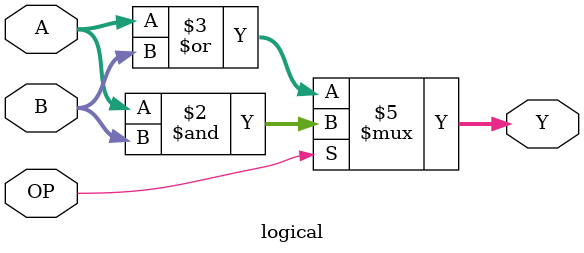
<source format=v>
module logical(A, B, OP, Y);

   // inputs
	input [7:0] A;
	input [7:0] B;
	input OP;

	// outputs
	output reg [7:0] Y;
  
always@(*)
	begin 
		if (OP) begin 
		Y<= A & B; end
		else begin 
		Y<= A | B; end
	end
	
endmodule

</source>
